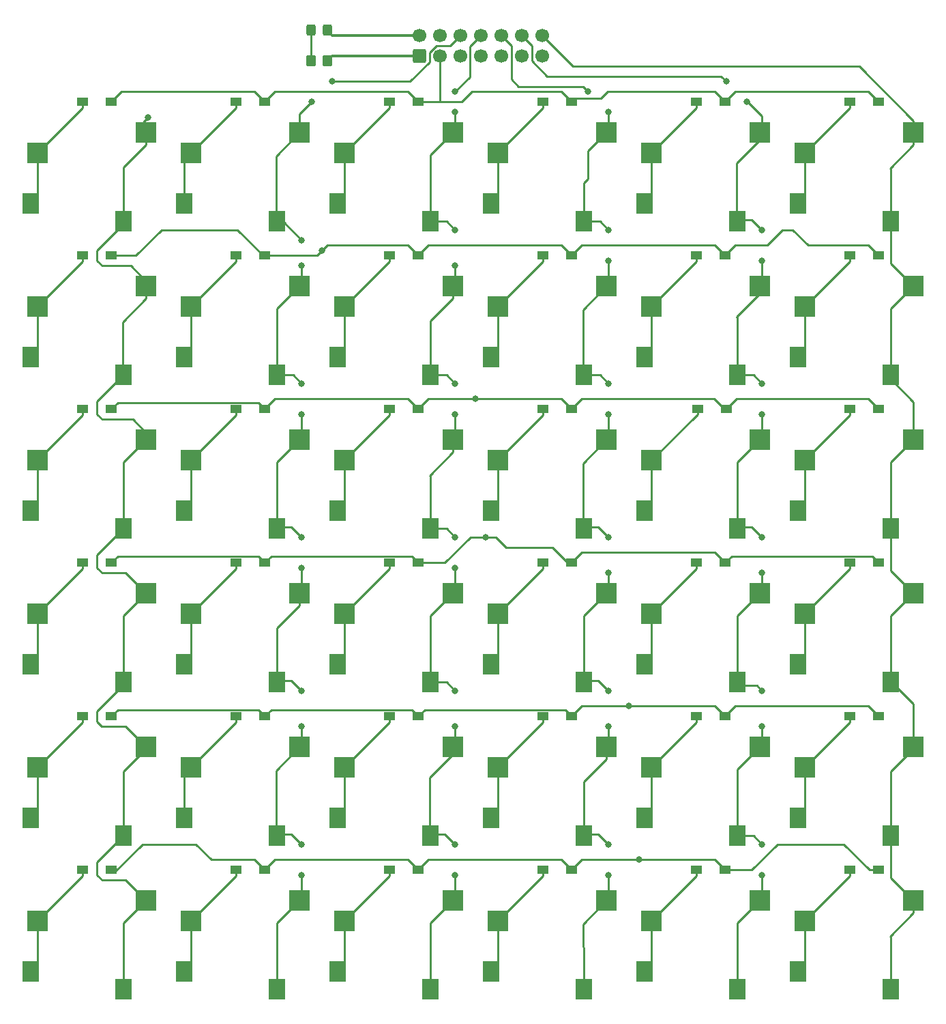
<source format=gbl>
%TF.GenerationSoftware,KiCad,Pcbnew,(6.0.2-0)*%
%TF.CreationDate,2022-03-02T14:26:00+08:00*%
%TF.ProjectId,Pragmatic,50726167-6d61-4746-9963-2e6b69636164,2.1*%
%TF.SameCoordinates,PX9157080PY3680a30*%
%TF.FileFunction,Copper,L2,Bot*%
%TF.FilePolarity,Positive*%
%FSLAX46Y46*%
G04 Gerber Fmt 4.6, Leading zero omitted, Abs format (unit mm)*
G04 Created by KiCad (PCBNEW (6.0.2-0)) date 2022-03-02 14:26:00*
%MOMM*%
%LPD*%
G01*
G04 APERTURE LIST*
G04 Aperture macros list*
%AMRoundRect*
0 Rectangle with rounded corners*
0 $1 Rounding radius*
0 $2 $3 $4 $5 $6 $7 $8 $9 X,Y pos of 4 corners*
0 Add a 4 corners polygon primitive as box body*
4,1,4,$2,$3,$4,$5,$6,$7,$8,$9,$2,$3,0*
0 Add four circle primitives for the rounded corners*
1,1,$1+$1,$2,$3*
1,1,$1+$1,$4,$5*
1,1,$1+$1,$6,$7*
1,1,$1+$1,$8,$9*
0 Add four rect primitives between the rounded corners*
20,1,$1+$1,$2,$3,$4,$5,0*
20,1,$1+$1,$4,$5,$6,$7,0*
20,1,$1+$1,$6,$7,$8,$9,0*
20,1,$1+$1,$8,$9,$2,$3,0*%
G04 Aperture macros list end*
%TA.AperFunction,SMDPad,CuDef*%
%ADD10R,2.500000X2.500000*%
%TD*%
%TA.AperFunction,SMDPad,CuDef*%
%ADD11R,2.000000X2.600000*%
%TD*%
%TA.AperFunction,ComponentPad*%
%ADD12RoundRect,0.250000X0.600000X-0.600000X0.600000X0.600000X-0.600000X0.600000X-0.600000X-0.600000X0*%
%TD*%
%TA.AperFunction,ComponentPad*%
%ADD13C,1.700000*%
%TD*%
%TA.AperFunction,SMDPad,CuDef*%
%ADD14R,1.400000X1.000000*%
%TD*%
%TA.AperFunction,SMDPad,CuDef*%
%ADD15RoundRect,0.250000X0.325000X0.450000X-0.325000X0.450000X-0.325000X-0.450000X0.325000X-0.450000X0*%
%TD*%
%TA.AperFunction,SMDPad,CuDef*%
%ADD16RoundRect,0.250000X0.350000X0.450000X-0.350000X0.450000X-0.350000X-0.450000X0.350000X-0.450000X0*%
%TD*%
%TA.AperFunction,ViaPad*%
%ADD17C,0.800000*%
%TD*%
%TA.AperFunction,Conductor*%
%ADD18C,0.250000*%
%TD*%
%TA.AperFunction,Conductor*%
%ADD19C,0.355600*%
%TD*%
G04 APERTURE END LIST*
D10*
X-102616000Y2540000D03*
D11*
X-103505000Y-3700000D03*
D10*
X-89154000Y5080000D03*
D11*
X-91948000Y-5900000D03*
X-103505000Y-22750000D03*
D10*
X-102616000Y-16510000D03*
D11*
X-91948000Y-24950000D03*
D10*
X-89154000Y-13970000D03*
X-83566000Y-16510000D03*
D11*
X-84455000Y-22750000D03*
D10*
X-70104000Y-13970000D03*
D11*
X-72898000Y-24950000D03*
X-84455000Y-3700000D03*
D10*
X-83566000Y2540000D03*
X-70104000Y5080000D03*
D11*
X-72898000Y-5900000D03*
X-65405000Y-3700000D03*
D10*
X-64516000Y2540000D03*
X-51054000Y5080000D03*
D11*
X-53848000Y-5900000D03*
D10*
X-45466000Y2540000D03*
D11*
X-46355000Y-3700000D03*
X-34798000Y-5900000D03*
D10*
X-32004000Y5080000D03*
X-26416000Y2540000D03*
D11*
X-27305000Y-3700000D03*
D10*
X-12954000Y5080000D03*
D11*
X-15748000Y-5900000D03*
D10*
X-7366000Y2540000D03*
D11*
X-8255000Y-3700000D03*
X3302000Y-5900000D03*
D10*
X6096000Y5080000D03*
D11*
X-65405000Y-22750000D03*
D10*
X-64516000Y-16510000D03*
X-51054000Y-13970000D03*
D11*
X-53848000Y-24950000D03*
D10*
X-45466000Y-16510000D03*
D11*
X-46355000Y-22750000D03*
D10*
X-32004000Y-13970000D03*
D11*
X-34798000Y-24950000D03*
D10*
X-26416000Y-16510000D03*
D11*
X-27305000Y-22750000D03*
X-15748000Y-24950000D03*
D10*
X-12954000Y-13970000D03*
X-7366000Y-16510000D03*
D11*
X-8255000Y-22750000D03*
X3302000Y-24950000D03*
D10*
X6096000Y-13970000D03*
X-102616000Y-35560000D03*
D11*
X-103505000Y-41800000D03*
X-91948000Y-44000000D03*
D10*
X-89154000Y-33020000D03*
X-83566000Y-35560000D03*
D11*
X-84455000Y-41800000D03*
D10*
X-70104000Y-33020000D03*
D11*
X-72898000Y-44000000D03*
X-65405000Y-41800000D03*
D10*
X-64516000Y-35560000D03*
D11*
X-53848000Y-44000000D03*
D10*
X-51054000Y-33020000D03*
D11*
X-46355000Y-41800000D03*
D10*
X-45466000Y-35560000D03*
X-32004000Y-33020000D03*
D11*
X-34798000Y-44000000D03*
D10*
X-26416000Y-35560000D03*
D11*
X-27305000Y-41800000D03*
D10*
X-12954000Y-33020000D03*
D11*
X-15748000Y-44000000D03*
X-8255000Y-41800000D03*
D10*
X-7366000Y-35560000D03*
D11*
X3302000Y-44000000D03*
D10*
X6096000Y-33020000D03*
D11*
X-103505000Y-60850000D03*
D10*
X-102616000Y-54610000D03*
X-89154000Y-52070000D03*
D11*
X-91948000Y-63050000D03*
X-84455000Y-60850000D03*
D10*
X-83566000Y-54610000D03*
X-70104000Y-52070000D03*
D11*
X-72898000Y-63050000D03*
D10*
X-64516000Y-54610000D03*
D11*
X-65405000Y-60850000D03*
X-53848000Y-63050000D03*
D10*
X-51054000Y-52070000D03*
D11*
X-46355000Y-60850000D03*
D10*
X-45466000Y-54610000D03*
D11*
X-34798000Y-63050000D03*
D10*
X-32004000Y-52070000D03*
X-26416000Y-54610000D03*
D11*
X-27305000Y-60850000D03*
X-15748000Y-63050000D03*
D10*
X-12954000Y-52070000D03*
D11*
X-8255000Y-60850000D03*
D10*
X-7366000Y-54610000D03*
X6096000Y-52070000D03*
D11*
X3302000Y-63050000D03*
D10*
X-102616000Y-73660000D03*
D11*
X-103505000Y-79900000D03*
D10*
X-89154000Y-71120000D03*
D11*
X-91948000Y-82100000D03*
D10*
X-83566000Y-73660000D03*
D11*
X-84455000Y-79900000D03*
D10*
X-70104000Y-71120000D03*
D11*
X-72898000Y-82100000D03*
X-65405000Y-79900000D03*
D10*
X-64516000Y-73660000D03*
D11*
X-53848000Y-82100000D03*
D10*
X-51054000Y-71120000D03*
X-45466000Y-73660000D03*
D11*
X-46355000Y-79900000D03*
D10*
X-32004000Y-71120000D03*
D11*
X-34798000Y-82100000D03*
D10*
X-26416000Y-73660000D03*
D11*
X-27305000Y-79900000D03*
D10*
X-12954000Y-71120000D03*
D11*
X-15748000Y-82100000D03*
X-8255000Y-79900000D03*
D10*
X-7366000Y-73660000D03*
D11*
X3302000Y-82100000D03*
D10*
X6096000Y-71120000D03*
D11*
X-103505000Y-98950000D03*
D10*
X-102616000Y-92710000D03*
D11*
X-91948000Y-101150000D03*
D10*
X-89154000Y-90170000D03*
D11*
X-84455000Y-98950000D03*
D10*
X-83566000Y-92710000D03*
D11*
X-72898000Y-101150000D03*
D10*
X-70104000Y-90170000D03*
X-64516000Y-92710000D03*
D11*
X-65405000Y-98950000D03*
D10*
X-51054000Y-90170000D03*
D11*
X-53848000Y-101150000D03*
D10*
X-45466000Y-92710000D03*
D11*
X-46355000Y-98950000D03*
X-34798000Y-101150000D03*
D10*
X-32004000Y-90170000D03*
X-26416000Y-92710000D03*
D11*
X-27305000Y-98950000D03*
X-15748000Y-101150000D03*
D10*
X-12954000Y-90170000D03*
D11*
X-8255000Y-98950000D03*
D10*
X-7366000Y-92710000D03*
D11*
X3302000Y-101150000D03*
D10*
X6096000Y-90170000D03*
D12*
X-55245000Y14605000D03*
D13*
X-55245000Y17145000D03*
X-52705000Y14605000D03*
X-52705000Y17145000D03*
X-50165000Y14605000D03*
X-50165000Y17145000D03*
X-47625000Y14605000D03*
X-47625000Y17145000D03*
X-45085000Y14605000D03*
X-45085000Y17145000D03*
X-42545000Y14605000D03*
X-42545000Y17145000D03*
X-40005000Y14605000D03*
X-40005000Y17145000D03*
D14*
X-93475000Y8890000D03*
X-97025000Y8890000D03*
X-93475000Y-10160000D03*
X-97025000Y-10160000D03*
X-74425000Y-10160000D03*
X-77975000Y-10160000D03*
X-74425000Y8890000D03*
X-77975000Y8890000D03*
X-55375000Y8890000D03*
X-58925000Y8890000D03*
X-36325000Y8890000D03*
X-39875000Y8890000D03*
X-17275000Y8890000D03*
X-20825000Y8890000D03*
X1775000Y8890000D03*
X-1775000Y8890000D03*
X-55375000Y-10160000D03*
X-58925000Y-10160000D03*
X-36325000Y-10160000D03*
X-39875000Y-10160000D03*
X-17275000Y-10160000D03*
X-20825000Y-10160000D03*
X1775000Y-10160000D03*
X-1775000Y-10160000D03*
X-93475000Y-29210000D03*
X-97025000Y-29210000D03*
X-74425000Y-29210000D03*
X-77975000Y-29210000D03*
X-55375000Y-29210000D03*
X-58925000Y-29210000D03*
X-36325000Y-29210000D03*
X-39875000Y-29210000D03*
X-17145000Y-29210000D03*
X-20695000Y-29210000D03*
X1775000Y-29210000D03*
X-1775000Y-29210000D03*
X-93475000Y-48260000D03*
X-97025000Y-48260000D03*
X-74425000Y-48260000D03*
X-77975000Y-48260000D03*
X-55375000Y-48260000D03*
X-58925000Y-48260000D03*
X-36325000Y-48260000D03*
X-39875000Y-48260000D03*
X-17275000Y-48260000D03*
X-20825000Y-48260000D03*
X1775000Y-48260000D03*
X-1775000Y-48260000D03*
X-93475000Y-67310000D03*
X-97025000Y-67310000D03*
X-74425000Y-67310000D03*
X-77975000Y-67310000D03*
X-55375000Y-67310000D03*
X-58925000Y-67310000D03*
X-36325000Y-67310000D03*
X-39875000Y-67310000D03*
X-17275000Y-67310000D03*
X-20825000Y-67310000D03*
X1775000Y-67310000D03*
X-1775000Y-67310000D03*
X-93475000Y-86360000D03*
X-97025000Y-86360000D03*
X-74425000Y-86360000D03*
X-77975000Y-86360000D03*
X-55375000Y-86360000D03*
X-58925000Y-86360000D03*
X-36325000Y-86360000D03*
X-39875000Y-86360000D03*
X-17275000Y-86360000D03*
X-20825000Y-86360000D03*
X1775000Y-86360000D03*
X-1775000Y-86360000D03*
D15*
X-66675000Y17780000D03*
X-68725000Y17780000D03*
D16*
X-66675000Y13970000D03*
X-68675000Y13970000D03*
D17*
X-88900000Y6985000D03*
X-67310000Y-9525000D03*
X-50800000Y-68580000D03*
X-50800000Y10160000D03*
X-50800000Y-29845000D03*
X-50800000Y-45085000D03*
X-50800000Y-86995000D03*
X-50800000Y-11430000D03*
X-50800000Y7620000D03*
X-50800000Y-6985000D03*
X-50800000Y-83185000D03*
X-50800000Y-26035000D03*
X-50800000Y-64135000D03*
X-50800000Y-48895000D03*
X-66040000Y11430000D03*
X-69850000Y-68580000D03*
X-69850000Y-26035000D03*
X-69850000Y-86995000D03*
X-69850000Y-11430000D03*
X-69850000Y-48895000D03*
X-69850000Y-29845000D03*
X-69850000Y-64135000D03*
X-68580000Y8890000D03*
X-69850000Y-8255000D03*
X-69850000Y-83185000D03*
X-69850000Y-45085000D03*
X-48260000Y-27940000D03*
X-46990000Y-45085000D03*
X-29210000Y-66040000D03*
X-27940000Y-85090000D03*
X-12700000Y-26035000D03*
X-12700000Y-83185000D03*
X-12700000Y-29845000D03*
X-12700000Y-86995000D03*
X-12700000Y-45085000D03*
X-12700000Y-64135000D03*
X-17145000Y11430000D03*
X-12700000Y-49530000D03*
X-12700000Y-68580000D03*
X-12700000Y-10795000D03*
X-14605000Y8890000D03*
X-12700000Y-6985000D03*
X-34290000Y10160000D03*
X-31750000Y7620000D03*
X-31750000Y-45085000D03*
X-31750000Y-68580000D03*
X-31750000Y-6985000D03*
X-31750000Y-83185000D03*
X-31750000Y-29845000D03*
X-31750000Y-10795000D03*
X-31750000Y-26035000D03*
X-31750000Y-49530000D03*
X-31750000Y-86995000D03*
X-31750000Y-64135000D03*
D18*
X-102616000Y2540000D02*
X-102616000Y-2811000D01*
X-102616000Y-2811000D02*
X-103505000Y-3700000D01*
X-97025000Y8131000D02*
X-102616000Y2540000D01*
X-97025000Y8890000D02*
X-97025000Y8131000D01*
X-73155000Y10160000D02*
X-56645000Y10160000D01*
X1775000Y8890000D02*
X505000Y10160000D01*
X-36780995Y9345995D02*
X-32719901Y9345995D01*
X-16005000Y10160000D02*
X-17275000Y8890000D01*
X-52705000Y14605000D02*
X-52705000Y8890000D01*
X-55375000Y8890000D02*
X-49970200Y8890000D01*
X-37595000Y10160000D02*
X-36325000Y8890000D01*
X-74425000Y8890000D02*
X-73155000Y10160000D01*
X-18545000Y10160000D02*
X-17275000Y8890000D01*
X-49970200Y8890000D02*
X-48700200Y10160000D01*
X-32719901Y9345995D02*
X-31905896Y10160000D01*
X-75695000Y10160000D02*
X-74425000Y8890000D01*
X-92205000Y10160000D02*
X-75695000Y10160000D01*
X-56645000Y10160000D02*
X-55375000Y8890000D01*
X-93475000Y8890000D02*
X-92205000Y10160000D01*
X-48700200Y10160000D02*
X-37595000Y10160000D01*
X-31905896Y10160000D02*
X-18545000Y10160000D01*
X505000Y10160000D02*
X-16005000Y10160000D01*
X-77975000Y8890000D02*
X-77975000Y8131000D01*
X-84455000Y1651000D02*
X-84455000Y-3700000D01*
X-77975000Y8131000D02*
X-83566000Y2540000D01*
X-92075000Y-18415000D02*
X-92075000Y-24823000D01*
X-89154000Y-13970000D02*
X-89154000Y-15494000D01*
X-95250000Y-47302000D02*
X-91948000Y-44000000D01*
X-91948000Y-35814000D02*
X-91948000Y-44000000D01*
X-91948000Y-74168000D02*
X-91948000Y-82100000D01*
X-89154000Y-71374000D02*
X-91948000Y-74168000D01*
X-95250000Y-28252000D02*
X-95250000Y-29845000D01*
X-95250000Y-29845000D02*
X-94615000Y-30480000D01*
X-95250000Y-67982011D02*
X-94652011Y-68580000D01*
X-89154000Y-52070000D02*
X-91948000Y-54864000D01*
X-90805000Y-30480000D02*
X-89154000Y-32131000D01*
X-95250000Y-9525000D02*
X-95250000Y-10795000D01*
X-95250000Y-48895000D02*
X-94615000Y-49530000D01*
X-94615000Y-30480000D02*
X-90805000Y-30480000D01*
X-91067013Y-11430000D02*
X-89154000Y-13343013D01*
X-91694000Y-68580000D02*
X-89154000Y-71120000D01*
X-89535000Y5461000D02*
X-89535000Y6350000D01*
X-91948000Y-54864000D02*
X-91948000Y-63050000D01*
X-89154000Y-90170000D02*
X-91948000Y-92964000D01*
X-94615000Y-87630000D02*
X-91694000Y-87630000D01*
X-94615000Y-11430000D02*
X-91067013Y-11430000D01*
X-91948000Y-6223000D02*
X-95250000Y-9525000D01*
X-94615000Y-49530000D02*
X-91694000Y-49530000D01*
X-95250000Y-85402000D02*
X-95250000Y-86995000D01*
X-89154000Y-33020000D02*
X-91948000Y-35814000D01*
X-95250000Y-86995000D02*
X-94615000Y-87630000D01*
X-89154000Y-15494000D02*
X-92075000Y-18415000D01*
X-91948000Y-63373000D02*
X-95250000Y-66675000D01*
X-89154000Y3580000D02*
X-91948000Y786000D01*
X-95250000Y-10795000D02*
X-94615000Y-11430000D01*
X-91948000Y-82100000D02*
X-95250000Y-85402000D01*
X-91694000Y-49530000D02*
X-89154000Y-52070000D01*
X-89535000Y6350000D02*
X-88900000Y6985000D01*
X-89154000Y5080000D02*
X-89154000Y3580000D01*
X-91694000Y-87630000D02*
X-89154000Y-90170000D01*
X-91948000Y786000D02*
X-91948000Y-5900000D01*
X-94652011Y-68580000D02*
X-91694000Y-68580000D01*
X-95250000Y-47302000D02*
X-95250000Y-48895000D01*
X-91948000Y-24950000D02*
X-95250000Y-28252000D01*
X-95250000Y-66675000D02*
X-95250000Y-67982011D01*
X-91948000Y-92964000D02*
X-91948000Y-101150000D01*
X-97025000Y-10160000D02*
X-97025000Y-10919000D01*
X-97025000Y-10919000D02*
X-102616000Y-16510000D01*
X-102616000Y-16510000D02*
X-102616000Y-21861000D01*
X-102616000Y-21861000D02*
X-103505000Y-22750000D01*
X-55375000Y-10160000D02*
X-56645000Y-8890000D01*
X-66675000Y-8890000D02*
X-67310000Y-9525000D01*
X1775000Y-10160000D02*
X505000Y-8890000D01*
X-67945000Y-10160000D02*
X-67310000Y-9525000D01*
X-56645000Y-8890000D02*
X-66675000Y-8890000D01*
X-37595000Y-8890000D02*
X-54105000Y-8890000D01*
X-12065000Y-8890000D02*
X-16005000Y-8890000D01*
X-16005000Y-8890000D02*
X-17275000Y-10160000D01*
X-93475000Y-10160000D02*
X-90415400Y-10160000D01*
X-74425000Y-10160000D02*
X-67945000Y-10160000D01*
X-36325000Y-10160000D02*
X-37595000Y-8890000D01*
X505000Y-8890000D02*
X-6985000Y-8890000D01*
X-10160000Y-6985000D02*
X-12065000Y-8890000D01*
X-17275000Y-10160000D02*
X-18545000Y-8890000D01*
X-54105000Y-8890000D02*
X-55375000Y-10160000D01*
X-90415400Y-10160000D02*
X-87240400Y-6985000D01*
X-77800000Y-6985000D02*
X-74625000Y-10160000D01*
X-18545000Y-8890000D02*
X-35055000Y-8890000D01*
X-87240400Y-6985000D02*
X-77800000Y-6985000D01*
X-8890000Y-6985000D02*
X-10160000Y-6985000D01*
X-35055000Y-8890000D02*
X-36325000Y-10160000D01*
X-6985000Y-8890000D02*
X-8890000Y-6985000D01*
X-83566000Y-16510000D02*
X-83566000Y-21861000D01*
X-77975000Y-10919000D02*
X-83566000Y-16510000D01*
X-83566000Y-21861000D02*
X-84455000Y-22750000D01*
X-77975000Y-10160000D02*
X-77975000Y-10919000D01*
D19*
X-66040000Y14605000D02*
X-55245000Y14605000D01*
X-66675000Y13970000D02*
X-66040000Y14605000D01*
D18*
X-50800000Y-51816000D02*
X-50800000Y-48895000D01*
X-47625000Y17145000D02*
X-48990489Y15779511D01*
X-53848000Y-54864000D02*
X-53848000Y-63050000D01*
X-51054000Y-90170000D02*
X-53848000Y-92964000D01*
X-53848000Y-24950000D02*
X-51885000Y-24950000D01*
X-50800000Y-13716000D02*
X-50800000Y-11430000D01*
X-53975000Y-37465000D02*
X-53848000Y-37592000D01*
X-51885000Y-44000000D02*
X-50800000Y-45085000D01*
X-51885000Y-63050000D02*
X-50800000Y-64135000D01*
X-51054000Y-90170000D02*
X-50800000Y-89916000D01*
X-50800000Y-89916000D02*
X-50800000Y-86995000D01*
X-51054000Y-15470000D02*
X-53848000Y-18264000D01*
X-53848000Y-18264000D02*
X-53848000Y-24950000D01*
X-51054000Y5080000D02*
X-53848000Y2286000D01*
X-48990489Y15779511D02*
X-48990489Y11969511D01*
X-53605000Y-81915000D02*
X-52070000Y-81915000D01*
X-48990489Y11969511D02*
X-50800000Y10160000D01*
X-53848000Y2286000D02*
X-53848000Y-5900000D01*
X-50800000Y-32766000D02*
X-50800000Y-29845000D01*
X-53848000Y-92964000D02*
X-53848000Y-101150000D01*
X-53848000Y-44000000D02*
X-51885000Y-44000000D01*
X-50800000Y-70866000D02*
X-50800000Y-68580000D01*
X-53790000Y-82100000D02*
X-53605000Y-81915000D01*
X-53848000Y-5900000D02*
X-51885000Y-5900000D01*
X-51054000Y-33020000D02*
X-51054000Y-34544000D01*
X-51054000Y-72009000D02*
X-53975000Y-74930000D01*
X-53848000Y-37592000D02*
X-53848000Y-44000000D01*
X-51054000Y-34544000D02*
X-53975000Y-37465000D01*
X-51054000Y-52070000D02*
X-53848000Y-54864000D01*
X-50800000Y5334000D02*
X-50800000Y7620000D01*
X-53848000Y-63050000D02*
X-51885000Y-63050000D01*
X-51885000Y-5900000D02*
X-50800000Y-6985000D01*
X-51054000Y-13970000D02*
X-51054000Y-15470000D01*
X-51885000Y-24950000D02*
X-50800000Y-26035000D01*
X-53975000Y-74930000D02*
X-53975000Y-81973000D01*
X-52070000Y-81915000D02*
X-50800000Y-83185000D01*
X-70104000Y-71120000D02*
X-69850000Y-70866000D01*
X-53975000Y14996010D02*
X-53975000Y13862507D01*
X-50165000Y17145000D02*
X-51435000Y15875000D01*
X-72840000Y-63050000D02*
X-72655000Y-62865000D01*
X-69850000Y-13716000D02*
X-69850000Y-11430000D01*
X-69850000Y-70866000D02*
X-69850000Y-68580000D01*
X-53096010Y15875000D02*
X-53975000Y14996010D01*
X-70104000Y5080000D02*
X-73025000Y2159000D01*
X-69850000Y-32766000D02*
X-69850000Y-29845000D01*
X-72136000Y-43815000D02*
X-71120000Y-43815000D01*
X-72898000Y-82100000D02*
X-72713000Y-81915000D01*
X-72898000Y-24950000D02*
X-70935000Y-24950000D01*
X-70104000Y5080000D02*
X-70104000Y7366000D01*
X-71120000Y-43815000D02*
X-69850000Y-45085000D01*
X-69850000Y-89916000D02*
X-69850000Y-86995000D01*
X-71120000Y-81915000D02*
X-69850000Y-83185000D01*
X-71120000Y-62865000D02*
X-69850000Y-64135000D01*
X-73025000Y2159000D02*
X-73025000Y-5773000D01*
X-72898000Y-56364000D02*
X-72898000Y-63050000D01*
X-70935000Y-24950000D02*
X-69850000Y-26035000D01*
X-70104000Y-52070000D02*
X-70104000Y-53570000D01*
X-51435000Y15875000D02*
X-53096010Y15875000D01*
X-72898000Y-35814000D02*
X-72898000Y-44000000D01*
X-72898000Y-92964000D02*
X-72898000Y-101150000D01*
X-70104000Y-90170000D02*
X-69850000Y-89916000D01*
X-72205000Y-5900000D02*
X-69850000Y-8255000D01*
X-70104000Y-33020000D02*
X-72898000Y-35814000D01*
X-53975000Y13862507D02*
X-56407507Y11430000D01*
X-72898000Y-16764000D02*
X-72898000Y-24950000D01*
X-72655000Y-62865000D02*
X-71120000Y-62865000D01*
X-70104000Y-71120000D02*
X-73025000Y-74041000D01*
X-56407507Y11430000D02*
X-66040000Y11430000D01*
X-73025000Y-74041000D02*
X-73025000Y-81973000D01*
X-70104000Y-53570000D02*
X-72898000Y-56364000D01*
X-69850000Y-51816000D02*
X-69850000Y-48895000D01*
X-70104000Y-90170000D02*
X-72898000Y-92964000D01*
X-70104000Y-13970000D02*
X-72898000Y-16764000D01*
X-72713000Y-81915000D02*
X-71120000Y-81915000D01*
X-70104000Y7366000D02*
X-68580000Y8890000D01*
X-15875000Y-27940000D02*
X-17145000Y-29210000D01*
X-75249511Y-28385489D02*
X-92650489Y-28385489D01*
X-18615000Y-27940000D02*
X-35055000Y-27940000D01*
X1775000Y-29210000D02*
X505000Y-27940000D01*
X-73155000Y-27940000D02*
X-74425000Y-29210000D01*
X-37595000Y-27940000D02*
X-48260000Y-27940000D01*
X-56645000Y-27940000D02*
X-73155000Y-27940000D01*
X-35055000Y-27940000D02*
X-36325000Y-29210000D01*
X-55375000Y-29210000D02*
X-56645000Y-27940000D01*
X505000Y-27940000D02*
X-15875000Y-27940000D01*
X-74425000Y-29210000D02*
X-75249511Y-28385489D01*
X-36325000Y-29210000D02*
X-37595000Y-27940000D01*
X-54105000Y-27940000D02*
X-48260000Y-27940000D01*
X-92650489Y-28385489D02*
X-93475000Y-29210000D01*
X-55375000Y-29210000D02*
X-54105000Y-27940000D01*
X-17345000Y-29210000D02*
X-18615000Y-27940000D01*
D19*
X-66040000Y17145000D02*
X-66675000Y17780000D01*
X-55245000Y17145000D02*
X-66040000Y17145000D01*
D18*
X1775000Y-48260000D02*
X950489Y-47435489D01*
X-44450000Y-46355000D02*
X-45720000Y-45085000D01*
X-48895000Y-45085000D02*
X-46990000Y-45085000D01*
X-45720000Y-45085000D02*
X-46990000Y-45085000D01*
X-55375000Y-48260000D02*
X-56199511Y-47435489D01*
X-38735000Y-46355000D02*
X-44450000Y-46355000D01*
X-75249511Y-47435489D02*
X-92650489Y-47435489D01*
X950489Y-47435489D02*
X-16450489Y-47435489D01*
X-74425000Y-48260000D02*
X-75249511Y-47435489D01*
X-17275000Y-48260000D02*
X-18545000Y-46990000D01*
X-56199511Y-47435489D02*
X-73600489Y-47435489D01*
X-35055000Y-46990000D02*
X-36325000Y-48260000D01*
X-16450489Y-47435489D02*
X-17275000Y-48260000D01*
X-52070000Y-48260000D02*
X-48895000Y-45085000D01*
X-36830000Y-48260000D02*
X-38735000Y-46355000D01*
X-73600489Y-47435489D02*
X-74425000Y-48260000D01*
X-18545000Y-46990000D02*
X-35055000Y-46990000D01*
X-55375000Y-48260000D02*
X-52070000Y-48260000D01*
X-92650489Y-47435489D02*
X-93475000Y-48260000D01*
X-56199511Y-66485489D02*
X-73600489Y-66485489D01*
X-36235499Y-67220499D02*
X-35055000Y-66040000D01*
X-54550489Y-66485489D02*
X-55375000Y-67310000D01*
X-17275000Y-67310000D02*
X-18545000Y-66040000D01*
X-37149511Y-66485489D02*
X-54550489Y-66485489D01*
X-73600489Y-66485489D02*
X-74425000Y-67310000D01*
X-55375000Y-67310000D02*
X-56199511Y-66485489D01*
X-16005000Y-66040000D02*
X-17275000Y-67310000D01*
X-75249511Y-66485489D02*
X-92650489Y-66485489D01*
X-74425000Y-67310000D02*
X-75249511Y-66485489D01*
X-36325000Y-67310000D02*
X-37149511Y-66485489D01*
X1775000Y-67310000D02*
X505000Y-66040000D01*
X-92650489Y-66485489D02*
X-93475000Y-67310000D01*
X-35055000Y-66040000D02*
X-29210000Y-66040000D01*
X-18545000Y-66040000D02*
X-29210000Y-66040000D01*
X505000Y-66040000D02*
X-16005000Y-66040000D01*
X635000Y-86360000D02*
X-2540000Y-83185000D01*
X-36325000Y-86360000D02*
X-35055000Y-85090000D01*
X-75695000Y-85090000D02*
X-81083789Y-85090000D01*
X-74425000Y-86360000D02*
X-75695000Y-85090000D01*
X-37595000Y-85090000D02*
X-54105000Y-85090000D01*
X-36325000Y-86360000D02*
X-37595000Y-85090000D01*
X-56645000Y-85090000D02*
X-73155000Y-85090000D01*
X-35055000Y-85090000D02*
X-27940000Y-85090000D01*
X-17275000Y-86360000D02*
X-18545000Y-85090000D01*
X-89590958Y-83185000D02*
X-93120479Y-86714521D01*
X-10795000Y-83185000D02*
X-13970000Y-86360000D01*
X-13970000Y-86360000D02*
X-17275000Y-86360000D01*
X-55375000Y-86360000D02*
X-56645000Y-85090000D01*
X-82988789Y-83185000D02*
X-89590958Y-83185000D01*
X-54105000Y-85090000D02*
X-55375000Y-86360000D01*
X-18545000Y-85090000D02*
X-27940000Y-85090000D01*
X-2540000Y-83185000D02*
X-10795000Y-83185000D01*
X1575000Y-86360000D02*
X635000Y-86360000D01*
X-73155000Y-85090000D02*
X-74425000Y-86360000D01*
X-81083789Y-85090000D02*
X-82988789Y-83185000D01*
X6096000Y-71374000D02*
X3302000Y-74168000D01*
X3302000Y-44000000D02*
X3302000Y-49276000D01*
X-659000Y13335000D02*
X6096000Y6580000D01*
X3302000Y-5900000D02*
X3302000Y-11176000D01*
X3302000Y-35814000D02*
X3302000Y-44000000D01*
X6096000Y-33020000D02*
X3302000Y-35814000D01*
X6096000Y-13970000D02*
X3302000Y-16764000D01*
X3302000Y-94742000D02*
X3302000Y-101150000D01*
X-40005000Y17145000D02*
X-36195000Y13335000D01*
X6096000Y-65786000D02*
X6096000Y-71120000D01*
X3302000Y-49276000D02*
X6096000Y-52070000D01*
X6096000Y-90170000D02*
X6096000Y-91694000D01*
X-36195000Y13335000D02*
X-659000Y13335000D01*
X3302000Y-87376000D02*
X6096000Y-90170000D01*
X3302000Y-16764000D02*
X3302000Y-24950000D01*
X3302000Y-74168000D02*
X3302000Y-82100000D01*
X3302000Y508000D02*
X3302000Y-5900000D01*
X6096000Y3556000D02*
X3175000Y635000D01*
X3302000Y-62992000D02*
X6096000Y-65786000D01*
X3302000Y-54864000D02*
X3302000Y-63050000D01*
X6096000Y-91694000D02*
X3175000Y-94615000D01*
X3302000Y-11176000D02*
X6096000Y-13970000D01*
X3302000Y-82100000D02*
X3302000Y-87376000D01*
X3175000Y-94615000D02*
X3302000Y-94742000D01*
X6096000Y-52070000D02*
X3302000Y-54864000D01*
X6096000Y5080000D02*
X6096000Y3556000D01*
X6096000Y-28321000D02*
X6096000Y-33020000D01*
X6096000Y6580000D02*
X6096000Y5080000D01*
X3175000Y635000D02*
X3302000Y508000D01*
X3175000Y-25400000D02*
X6096000Y-28321000D01*
X-15505000Y-5715000D02*
X-13970000Y-5715000D01*
X-12700000Y-13716000D02*
X-12700000Y-10795000D01*
X-12954000Y-33020000D02*
X-15748000Y-35814000D01*
X-17780000Y12065000D02*
X-17145000Y11430000D01*
X-12700000Y-51816000D02*
X-12700000Y-49530000D01*
X-39370000Y12065000D02*
X-17780000Y12065000D01*
X-13785000Y-24950000D02*
X-12700000Y-26035000D01*
X-14478000Y8890000D02*
X-14605000Y8890000D01*
X-13970000Y-43815000D02*
X-12700000Y-45085000D01*
X-13785000Y-82100000D02*
X-12700000Y-83185000D01*
X-12700000Y7112000D02*
X-14478000Y8890000D01*
X-12700000Y-70866000D02*
X-12700000Y-68580000D01*
X-12954000Y4191000D02*
X-15875000Y1270000D01*
X-15875000Y1270000D02*
X-15875000Y-5773000D01*
X-12700000Y-32766000D02*
X-12700000Y-29845000D01*
X-12954000Y-89281000D02*
X-12700000Y-89027000D01*
X-15621000Y-63500000D02*
X-13335000Y-63500000D01*
X-15748000Y-92964000D02*
X-15748000Y-101150000D01*
X-15748000Y-35814000D02*
X-15748000Y-44000000D01*
X-42545000Y17145000D02*
X-41275000Y15875000D01*
X-15748000Y-73914000D02*
X-15748000Y-82100000D01*
X-12700000Y5334000D02*
X-12700000Y7112000D01*
X-15505000Y-43815000D02*
X-13970000Y-43815000D01*
X-15748000Y-82100000D02*
X-13785000Y-82100000D01*
X-13335000Y-63500000D02*
X-12700000Y-64135000D01*
X-13970000Y-5715000D02*
X-12700000Y-6985000D01*
X-41275000Y13970000D02*
X-39370000Y12065000D01*
X-12700000Y-89027000D02*
X-12700000Y-86995000D01*
X-12954000Y-90170000D02*
X-15748000Y-92964000D01*
X-41275000Y15875000D02*
X-41275000Y13970000D01*
X-15748000Y-17907000D02*
X-15748000Y-24950000D01*
X-12954000Y-52070000D02*
X-15748000Y-54864000D01*
X-15748000Y-54864000D02*
X-15748000Y-63050000D01*
X-12954000Y-71120000D02*
X-15748000Y-73914000D01*
X-15748000Y-24950000D02*
X-13785000Y-24950000D01*
X-15875000Y-17780000D02*
X-15748000Y-17907000D01*
X-12954000Y-14859000D02*
X-15875000Y-17780000D01*
X-31750000Y-70866000D02*
X-31750000Y-68580000D01*
X-32004000Y-90170000D02*
X-31750000Y-89916000D01*
X-34290000Y2794000D02*
X-34290000Y-635000D01*
X-31750000Y-89916000D02*
X-31750000Y-86995000D01*
X-31750000Y7620000D02*
X-31750000Y5334000D01*
X-43815000Y11673990D02*
X-42936010Y10795000D01*
X-34925000Y10795000D02*
X-34290000Y10160000D01*
X-32004000Y-13970000D02*
X-34925000Y-16891000D01*
X-45085000Y17145000D02*
X-43815000Y15875000D01*
X-34798000Y-24950000D02*
X-32835000Y-24950000D01*
X-42936010Y10795000D02*
X-34925000Y10795000D01*
X-32004000Y5080000D02*
X-34290000Y2794000D01*
X-34221000Y-5900000D02*
X-32835000Y-5900000D01*
X-31750000Y-51816000D02*
X-31750000Y-49530000D01*
X-31750000Y-32766000D02*
X-31750000Y-29845000D01*
X-34290000Y-635000D02*
X-34798000Y-1143000D01*
X-34925000Y-16891000D02*
X-34925000Y-24823000D01*
X-32004000Y-90170000D02*
X-34925000Y-93091000D01*
X-32004000Y-52070000D02*
X-34798000Y-54864000D01*
X-34555000Y-62865000D02*
X-33020000Y-62865000D01*
X-34925000Y-93091000D02*
X-34925000Y-95885000D01*
X-34798000Y-82677000D02*
X-34036000Y-81915000D01*
X-34798000Y-96012000D02*
X-34798000Y-101150000D01*
X-33020000Y-43815000D02*
X-31750000Y-45085000D01*
X-31750000Y-13716000D02*
X-31750000Y-10795000D01*
X-34925000Y-95885000D02*
X-34798000Y-96012000D01*
X-34555000Y-43815000D02*
X-33020000Y-43815000D01*
X-32004000Y-33020000D02*
X-34925000Y-35941000D01*
X-34798000Y-54864000D02*
X-34798000Y-63050000D01*
X-32835000Y-24950000D02*
X-31750000Y-26035000D01*
X-32835000Y-5900000D02*
X-31750000Y-6985000D01*
X-33020000Y-62865000D02*
X-31750000Y-64135000D01*
X-43815000Y15875000D02*
X-43815000Y11673990D01*
X-34036000Y-81915000D02*
X-33020000Y-81915000D01*
X-34798000Y-75414000D02*
X-34798000Y-82100000D01*
X-32004000Y-72620000D02*
X-34798000Y-75414000D01*
X-32004000Y-71120000D02*
X-32004000Y-72620000D01*
X-34798000Y-1143000D02*
X-34798000Y-5900000D01*
X-34925000Y-35941000D02*
X-34925000Y-43873000D01*
X-33020000Y-81915000D02*
X-31750000Y-83185000D01*
X-68725000Y17780000D02*
X-68725000Y14020000D01*
X-58925000Y8890000D02*
X-58925000Y8131000D01*
X-64516000Y2540000D02*
X-64516000Y-2811000D01*
X-64516000Y-2811000D02*
X-65405000Y-3700000D01*
X-58925000Y8131000D02*
X-64516000Y2540000D01*
X-45466000Y2540000D02*
X-45466000Y-2811000D01*
X-39875000Y8131000D02*
X-45466000Y2540000D01*
X-39875000Y8890000D02*
X-39875000Y8131000D01*
X-45466000Y-2811000D02*
X-46355000Y-3700000D01*
X-26416000Y2540000D02*
X-26416000Y-2811000D01*
X-20825000Y8131000D02*
X-26416000Y2540000D01*
X-26416000Y-2811000D02*
X-27305000Y-3700000D01*
X-20825000Y8890000D02*
X-20825000Y8131000D01*
X-1775000Y8890000D02*
X-1775000Y8131000D01*
X-1775000Y8131000D02*
X-7366000Y2540000D01*
X-7366000Y2540000D02*
X-7366000Y-2811000D01*
X-7366000Y-2811000D02*
X-8255000Y-3700000D01*
X-64516000Y-21861000D02*
X-65405000Y-22750000D01*
X-58925000Y-10160000D02*
X-58925000Y-10919000D01*
X-58925000Y-10919000D02*
X-64516000Y-16510000D01*
X-64516000Y-16510000D02*
X-64516000Y-21861000D01*
X-45466000Y-16510000D02*
X-45466000Y-21861000D01*
X-39875000Y-10919000D02*
X-45466000Y-16510000D01*
X-45466000Y-21861000D02*
X-46355000Y-22750000D01*
X-39875000Y-10160000D02*
X-39875000Y-10919000D01*
X-26416000Y-16510000D02*
X-26416000Y-21861000D01*
X-26416000Y-21861000D02*
X-27305000Y-22750000D01*
X-20825000Y-10160000D02*
X-20825000Y-10919000D01*
X-20825000Y-10919000D02*
X-26416000Y-16510000D01*
X-1775000Y-10919000D02*
X-7366000Y-16510000D01*
X-7366000Y-16510000D02*
X-7366000Y-21861000D01*
X-1775000Y-10160000D02*
X-1775000Y-10919000D01*
X-7366000Y-21861000D02*
X-8255000Y-22750000D01*
X-102616000Y-40911000D02*
X-103505000Y-41800000D01*
X-97025000Y-29210000D02*
X-97025000Y-29969000D01*
X-97025000Y-29969000D02*
X-102616000Y-35560000D01*
X-102616000Y-35560000D02*
X-102616000Y-40911000D01*
X-77975000Y-29969000D02*
X-83566000Y-35560000D01*
X-83566000Y-35560000D02*
X-83566000Y-40911000D01*
X-83566000Y-40911000D02*
X-84455000Y-41800000D01*
X-77975000Y-29210000D02*
X-77975000Y-29969000D01*
X-58925000Y-29969000D02*
X-64516000Y-35560000D01*
X-64516000Y-40911000D02*
X-65405000Y-41800000D01*
X-58925000Y-29210000D02*
X-58925000Y-29969000D01*
X-64516000Y-35560000D02*
X-64516000Y-40911000D01*
X-45466000Y-35560000D02*
X-45466000Y-40911000D01*
X-39875000Y-29210000D02*
X-39875000Y-29969000D01*
X-45466000Y-40911000D02*
X-46355000Y-41800000D01*
X-39875000Y-29969000D02*
X-45466000Y-35560000D01*
X-20695000Y-29839000D02*
X-26416000Y-35560000D01*
X-20695000Y-29210000D02*
X-20695000Y-29839000D01*
X-26416000Y-40911000D02*
X-27305000Y-41800000D01*
X-26416000Y-35560000D02*
X-26416000Y-40911000D01*
X-1775000Y-29210000D02*
X-1775000Y-29969000D01*
X-7366000Y-40911000D02*
X-8255000Y-41800000D01*
X-1775000Y-29969000D02*
X-7366000Y-35560000D01*
X-7366000Y-35560000D02*
X-7366000Y-40911000D01*
X-102616000Y-59961000D02*
X-103505000Y-60850000D01*
X-102616000Y-54610000D02*
X-102616000Y-59961000D01*
X-97025000Y-49019000D02*
X-102616000Y-54610000D01*
X-97025000Y-48260000D02*
X-97025000Y-49019000D01*
X-77975000Y-48260000D02*
X-77975000Y-49019000D01*
X-77975000Y-49019000D02*
X-83566000Y-54610000D01*
X-83566000Y-54610000D02*
X-83566000Y-59961000D01*
X-83566000Y-59961000D02*
X-84455000Y-60850000D01*
X-64516000Y-59961000D02*
X-65405000Y-60850000D01*
X-58925000Y-48260000D02*
X-58925000Y-49019000D01*
X-58925000Y-49019000D02*
X-64516000Y-54610000D01*
X-64516000Y-54610000D02*
X-64516000Y-59961000D01*
X-45466000Y-54610000D02*
X-45466000Y-59961000D01*
X-39875000Y-48260000D02*
X-39875000Y-49019000D01*
X-45466000Y-59961000D02*
X-46355000Y-60850000D01*
X-39875000Y-49019000D02*
X-45466000Y-54610000D01*
X-26416000Y-54610000D02*
X-26416000Y-59961000D01*
X-20825000Y-49019000D02*
X-26416000Y-54610000D01*
X-26416000Y-59961000D02*
X-27305000Y-60850000D01*
X-20825000Y-48260000D02*
X-20825000Y-49019000D01*
X-7366000Y-59961000D02*
X-8255000Y-60850000D01*
X-7366000Y-54610000D02*
X-7366000Y-59961000D01*
X-1775000Y-48260000D02*
X-1775000Y-49019000D01*
X-1775000Y-49019000D02*
X-7366000Y-54610000D01*
X-97025000Y-68069000D02*
X-102616000Y-73660000D01*
X-97025000Y-67310000D02*
X-97025000Y-68069000D01*
X-102616000Y-79011000D02*
X-103505000Y-79900000D01*
X-102616000Y-73660000D02*
X-102616000Y-79011000D01*
X-77975000Y-67310000D02*
X-77975000Y-68069000D01*
X-77975000Y-68069000D02*
X-83566000Y-73660000D01*
X-84455000Y-74295000D02*
X-84455000Y-79900000D01*
X-58925000Y-67310000D02*
X-58925000Y-68069000D01*
X-64516000Y-79011000D02*
X-65405000Y-79900000D01*
X-58925000Y-68069000D02*
X-64516000Y-73660000D01*
X-64516000Y-73660000D02*
X-64516000Y-79011000D01*
X-45466000Y-79011000D02*
X-46355000Y-79900000D01*
X-39875000Y-68069000D02*
X-45466000Y-73660000D01*
X-45466000Y-73660000D02*
X-45466000Y-79011000D01*
X-39875000Y-67310000D02*
X-39875000Y-68069000D01*
X-20825000Y-68069000D02*
X-26416000Y-73660000D01*
X-26416000Y-73660000D02*
X-26416000Y-79011000D01*
X-26416000Y-79011000D02*
X-27305000Y-79900000D01*
X-20825000Y-67310000D02*
X-20825000Y-68069000D01*
X-1775000Y-68069000D02*
X-7366000Y-73660000D01*
X-7366000Y-79011000D02*
X-8255000Y-79900000D01*
X-7366000Y-73660000D02*
X-7366000Y-79011000D01*
X-1775000Y-67310000D02*
X-1775000Y-68069000D01*
X-97025000Y-87119000D02*
X-102616000Y-92710000D01*
X-97025000Y-86360000D02*
X-97025000Y-87119000D01*
X-102616000Y-92710000D02*
X-102616000Y-98061000D01*
X-102616000Y-98061000D02*
X-103505000Y-98950000D01*
X-83566000Y-92710000D02*
X-83566000Y-98061000D01*
X-77975000Y-87119000D02*
X-83566000Y-92710000D01*
X-77975000Y-86360000D02*
X-77975000Y-87119000D01*
X-83566000Y-98061000D02*
X-84455000Y-98950000D01*
X-58925000Y-86360000D02*
X-58925000Y-87119000D01*
X-58925000Y-87119000D02*
X-64516000Y-92710000D01*
X-64516000Y-92710000D02*
X-64516000Y-98061000D01*
X-64516000Y-98061000D02*
X-65405000Y-98950000D01*
X-45466000Y-92710000D02*
X-45466000Y-98061000D01*
X-39875000Y-86360000D02*
X-39875000Y-87119000D01*
X-39875000Y-87119000D02*
X-45466000Y-92710000D01*
X-45466000Y-98061000D02*
X-46355000Y-98950000D01*
X-20825000Y-86360000D02*
X-20825000Y-87119000D01*
X-26416000Y-92710000D02*
X-26416000Y-98061000D01*
X-26416000Y-98061000D02*
X-27305000Y-98950000D01*
X-20825000Y-87119000D02*
X-26416000Y-92710000D01*
X-1775000Y-87119000D02*
X-7366000Y-92710000D01*
X-1775000Y-86360000D02*
X-1775000Y-87119000D01*
X-7366000Y-92710000D02*
X-7366000Y-98061000D01*
X-7366000Y-98061000D02*
X-8255000Y-98950000D01*
M02*

</source>
